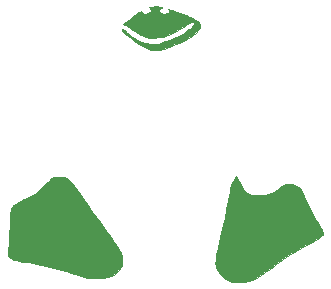
<source format=gbr>
G04 #@! TF.GenerationSoftware,KiCad,Pcbnew,5.1.2*
G04 #@! TF.CreationDate,2019-07-12T11:27:54-05:00*
G04 #@! TF.ProjectId,Tux,5475782e-6b69-4636-9164-5f7063625858,rev?*
G04 #@! TF.SameCoordinates,Original*
G04 #@! TF.FileFunction,Copper,L1,Top*
G04 #@! TF.FilePolarity,Positive*
%FSLAX46Y46*%
G04 Gerber Fmt 4.6, Leading zero omitted, Abs format (unit mm)*
G04 Created by KiCad (PCBNEW 5.1.2) date 2019-07-12 11:27:54*
%MOMM*%
%LPD*%
G04 APERTURE LIST*
%ADD10C,0.010000*%
G04 APERTURE END LIST*
D10*
G36*
X161255378Y-102111507D02*
G01*
X161445762Y-102476925D01*
X161625054Y-102764714D01*
X161797495Y-102980516D01*
X161967326Y-103129969D01*
X162064628Y-103187650D01*
X162154229Y-103228407D01*
X162240658Y-103256399D01*
X162342208Y-103273884D01*
X162477172Y-103283120D01*
X162663845Y-103286364D01*
X162862834Y-103286162D01*
X163186604Y-103277776D01*
X163464202Y-103251631D01*
X163712601Y-103201480D01*
X163948774Y-103121072D01*
X164189694Y-103004159D01*
X164452335Y-102844494D01*
X164753670Y-102635826D01*
X164880523Y-102543363D01*
X165074466Y-102421712D01*
X165262209Y-102355608D01*
X165465168Y-102342503D01*
X165704758Y-102379850D01*
X165874085Y-102425142D01*
X166092919Y-102502016D01*
X166269464Y-102596766D01*
X166415399Y-102722205D01*
X166542405Y-102891145D01*
X166662164Y-103116398D01*
X166786355Y-103410778D01*
X166796561Y-103437000D01*
X167065019Y-104076192D01*
X167365865Y-104684673D01*
X167716777Y-105297687D01*
X167787326Y-105412364D01*
X167984185Y-105733556D01*
X168136270Y-105993351D01*
X168246905Y-106200028D01*
X168319415Y-106361869D01*
X168357123Y-106487152D01*
X168363354Y-106584160D01*
X168341432Y-106661170D01*
X168308574Y-106710715D01*
X168221879Y-106788417D01*
X168065110Y-106899406D01*
X167844333Y-107039935D01*
X167565612Y-107206257D01*
X167235014Y-107394626D01*
X166926834Y-107564340D01*
X166481027Y-107808428D01*
X166098184Y-108023033D01*
X165765438Y-108216338D01*
X165469923Y-108396522D01*
X165198774Y-108571766D01*
X164939125Y-108750251D01*
X164678110Y-108940156D01*
X164402864Y-109149664D01*
X164267311Y-109255356D01*
X163847396Y-109578903D01*
X163480011Y-109848647D01*
X163156867Y-110069682D01*
X162869673Y-110247104D01*
X162610139Y-110386010D01*
X162369974Y-110491495D01*
X162140887Y-110568655D01*
X162122000Y-110573976D01*
X161979331Y-110601917D01*
X161780415Y-110625522D01*
X161546865Y-110643870D01*
X161300297Y-110656038D01*
X161062325Y-110661106D01*
X160854562Y-110658149D01*
X160698624Y-110646248D01*
X160647660Y-110636866D01*
X160304811Y-110506405D01*
X159986901Y-110302020D01*
X159705248Y-110033353D01*
X159471170Y-109710044D01*
X159394199Y-109569187D01*
X159341663Y-109459331D01*
X159300307Y-109355575D01*
X159270980Y-109249764D01*
X159254530Y-109133744D01*
X159251804Y-108999360D01*
X159263649Y-108838458D01*
X159290914Y-108642882D01*
X159334445Y-108404480D01*
X159395092Y-108115095D01*
X159473701Y-107766574D01*
X159571120Y-107350762D01*
X159666398Y-106950667D01*
X159768472Y-106521721D01*
X159853516Y-106158941D01*
X159924879Y-105846316D01*
X159985909Y-105567834D01*
X160039953Y-105307483D01*
X160090360Y-105049252D01*
X160140477Y-104777130D01*
X160193653Y-104475104D01*
X160237738Y-104218264D01*
X160320748Y-103742768D01*
X160395629Y-103341950D01*
X160464936Y-103006499D01*
X160531224Y-102727101D01*
X160597047Y-102494446D01*
X160664960Y-102299221D01*
X160737518Y-102132115D01*
X160817275Y-101983815D01*
X160876695Y-101889311D01*
X161032987Y-101653847D01*
X161255378Y-102111507D01*
X161255378Y-102111507D01*
G37*
X161255378Y-102111507D02*
X161445762Y-102476925D01*
X161625054Y-102764714D01*
X161797495Y-102980516D01*
X161967326Y-103129969D01*
X162064628Y-103187650D01*
X162154229Y-103228407D01*
X162240658Y-103256399D01*
X162342208Y-103273884D01*
X162477172Y-103283120D01*
X162663845Y-103286364D01*
X162862834Y-103286162D01*
X163186604Y-103277776D01*
X163464202Y-103251631D01*
X163712601Y-103201480D01*
X163948774Y-103121072D01*
X164189694Y-103004159D01*
X164452335Y-102844494D01*
X164753670Y-102635826D01*
X164880523Y-102543363D01*
X165074466Y-102421712D01*
X165262209Y-102355608D01*
X165465168Y-102342503D01*
X165704758Y-102379850D01*
X165874085Y-102425142D01*
X166092919Y-102502016D01*
X166269464Y-102596766D01*
X166415399Y-102722205D01*
X166542405Y-102891145D01*
X166662164Y-103116398D01*
X166786355Y-103410778D01*
X166796561Y-103437000D01*
X167065019Y-104076192D01*
X167365865Y-104684673D01*
X167716777Y-105297687D01*
X167787326Y-105412364D01*
X167984185Y-105733556D01*
X168136270Y-105993351D01*
X168246905Y-106200028D01*
X168319415Y-106361869D01*
X168357123Y-106487152D01*
X168363354Y-106584160D01*
X168341432Y-106661170D01*
X168308574Y-106710715D01*
X168221879Y-106788417D01*
X168065110Y-106899406D01*
X167844333Y-107039935D01*
X167565612Y-107206257D01*
X167235014Y-107394626D01*
X166926834Y-107564340D01*
X166481027Y-107808428D01*
X166098184Y-108023033D01*
X165765438Y-108216338D01*
X165469923Y-108396522D01*
X165198774Y-108571766D01*
X164939125Y-108750251D01*
X164678110Y-108940156D01*
X164402864Y-109149664D01*
X164267311Y-109255356D01*
X163847396Y-109578903D01*
X163480011Y-109848647D01*
X163156867Y-110069682D01*
X162869673Y-110247104D01*
X162610139Y-110386010D01*
X162369974Y-110491495D01*
X162140887Y-110568655D01*
X162122000Y-110573976D01*
X161979331Y-110601917D01*
X161780415Y-110625522D01*
X161546865Y-110643870D01*
X161300297Y-110656038D01*
X161062325Y-110661106D01*
X160854562Y-110658149D01*
X160698624Y-110646248D01*
X160647660Y-110636866D01*
X160304811Y-110506405D01*
X159986901Y-110302020D01*
X159705248Y-110033353D01*
X159471170Y-109710044D01*
X159394199Y-109569187D01*
X159341663Y-109459331D01*
X159300307Y-109355575D01*
X159270980Y-109249764D01*
X159254530Y-109133744D01*
X159251804Y-108999360D01*
X159263649Y-108838458D01*
X159290914Y-108642882D01*
X159334445Y-108404480D01*
X159395092Y-108115095D01*
X159473701Y-107766574D01*
X159571120Y-107350762D01*
X159666398Y-106950667D01*
X159768472Y-106521721D01*
X159853516Y-106158941D01*
X159924879Y-105846316D01*
X159985909Y-105567834D01*
X160039953Y-105307483D01*
X160090360Y-105049252D01*
X160140477Y-104777130D01*
X160193653Y-104475104D01*
X160237738Y-104218264D01*
X160320748Y-103742768D01*
X160395629Y-103341950D01*
X160464936Y-103006499D01*
X160531224Y-102727101D01*
X160597047Y-102494446D01*
X160664960Y-102299221D01*
X160737518Y-102132115D01*
X160817275Y-101983815D01*
X160876695Y-101889311D01*
X161032987Y-101653847D01*
X161255378Y-102111507D01*
G36*
X146193798Y-101736967D02*
G01*
X146398038Y-101776373D01*
X146591238Y-101849263D01*
X146780080Y-101961384D01*
X146971246Y-102118482D01*
X147171421Y-102326304D01*
X147387287Y-102590595D01*
X147625527Y-102917104D01*
X147892823Y-103311576D01*
X147991199Y-103461722D01*
X148209017Y-103792845D01*
X148430662Y-104122056D01*
X148664753Y-104461642D01*
X148919911Y-104823890D01*
X149204753Y-105221088D01*
X149527900Y-105665524D01*
X149740719Y-105955834D01*
X150082945Y-106425805D01*
X150389559Y-106855666D01*
X150657264Y-107240578D01*
X150882765Y-107575702D01*
X151062767Y-107856203D01*
X151193974Y-108077240D01*
X151225840Y-108136000D01*
X151283098Y-108252773D01*
X151319134Y-108355853D01*
X151338769Y-108471100D01*
X151346822Y-108624371D01*
X151348167Y-108792167D01*
X151345340Y-108999972D01*
X151334242Y-109147347D01*
X151310945Y-109258417D01*
X151271523Y-109357306D01*
X151248989Y-109401430D01*
X151044894Y-109702434D01*
X150782762Y-109946236D01*
X150458911Y-110135569D01*
X150078167Y-110270888D01*
X149851457Y-110315093D01*
X149568960Y-110345055D01*
X149258479Y-110359982D01*
X148947819Y-110359086D01*
X148664782Y-110341574D01*
X148482970Y-110316235D01*
X148354393Y-110286150D01*
X148160214Y-110233355D01*
X147915064Y-110162185D01*
X147633570Y-110076975D01*
X147330363Y-109982060D01*
X147050096Y-109891625D01*
X146619885Y-109752491D01*
X146241966Y-109634959D01*
X145898012Y-109534454D01*
X145569699Y-109446402D01*
X145238701Y-109366227D01*
X144886693Y-109289354D01*
X144495350Y-109211208D01*
X144046346Y-109127215D01*
X143834000Y-109088704D01*
X143371221Y-109003987D01*
X142984535Y-108930035D01*
X142666295Y-108865132D01*
X142408853Y-108807562D01*
X142204562Y-108755610D01*
X142045773Y-108707559D01*
X141924838Y-108661692D01*
X141918304Y-108658833D01*
X141797741Y-108579127D01*
X141722781Y-108460245D01*
X141690441Y-108291364D01*
X141697740Y-108061663D01*
X141715168Y-107921678D01*
X141728477Y-107799982D01*
X141744037Y-107606578D01*
X141761061Y-107354369D01*
X141778766Y-107056259D01*
X141796365Y-106725151D01*
X141813075Y-106373950D01*
X141822218Y-106162056D01*
X141841153Y-105725689D01*
X141859361Y-105365248D01*
X141878275Y-105072018D01*
X141899330Y-104837286D01*
X141923961Y-104652338D01*
X141953602Y-104508460D01*
X141989687Y-104396939D01*
X142033651Y-104309060D01*
X142086927Y-104236111D01*
X142150090Y-104170197D01*
X142228883Y-104112726D01*
X142370895Y-104026722D01*
X142562694Y-103919605D01*
X142790846Y-103798799D01*
X143041918Y-103671723D01*
X143135500Y-103625787D01*
X143982167Y-103213705D01*
X144647409Y-102547725D01*
X144850561Y-102348021D01*
X145043677Y-102164965D01*
X145215557Y-102008652D01*
X145354999Y-101889177D01*
X145450806Y-101816634D01*
X145472909Y-101803729D01*
X145615617Y-101754846D01*
X145803342Y-101730113D01*
X145971834Y-101725299D01*
X146193798Y-101736967D01*
X146193798Y-101736967D01*
G37*
X146193798Y-101736967D02*
X146398038Y-101776373D01*
X146591238Y-101849263D01*
X146780080Y-101961384D01*
X146971246Y-102118482D01*
X147171421Y-102326304D01*
X147387287Y-102590595D01*
X147625527Y-102917104D01*
X147892823Y-103311576D01*
X147991199Y-103461722D01*
X148209017Y-103792845D01*
X148430662Y-104122056D01*
X148664753Y-104461642D01*
X148919911Y-104823890D01*
X149204753Y-105221088D01*
X149527900Y-105665524D01*
X149740719Y-105955834D01*
X150082945Y-106425805D01*
X150389559Y-106855666D01*
X150657264Y-107240578D01*
X150882765Y-107575702D01*
X151062767Y-107856203D01*
X151193974Y-108077240D01*
X151225840Y-108136000D01*
X151283098Y-108252773D01*
X151319134Y-108355853D01*
X151338769Y-108471100D01*
X151346822Y-108624371D01*
X151348167Y-108792167D01*
X151345340Y-108999972D01*
X151334242Y-109147347D01*
X151310945Y-109258417D01*
X151271523Y-109357306D01*
X151248989Y-109401430D01*
X151044894Y-109702434D01*
X150782762Y-109946236D01*
X150458911Y-110135569D01*
X150078167Y-110270888D01*
X149851457Y-110315093D01*
X149568960Y-110345055D01*
X149258479Y-110359982D01*
X148947819Y-110359086D01*
X148664782Y-110341574D01*
X148482970Y-110316235D01*
X148354393Y-110286150D01*
X148160214Y-110233355D01*
X147915064Y-110162185D01*
X147633570Y-110076975D01*
X147330363Y-109982060D01*
X147050096Y-109891625D01*
X146619885Y-109752491D01*
X146241966Y-109634959D01*
X145898012Y-109534454D01*
X145569699Y-109446402D01*
X145238701Y-109366227D01*
X144886693Y-109289354D01*
X144495350Y-109211208D01*
X144046346Y-109127215D01*
X143834000Y-109088704D01*
X143371221Y-109003987D01*
X142984535Y-108930035D01*
X142666295Y-108865132D01*
X142408853Y-108807562D01*
X142204562Y-108755610D01*
X142045773Y-108707559D01*
X141924838Y-108661692D01*
X141918304Y-108658833D01*
X141797741Y-108579127D01*
X141722781Y-108460245D01*
X141690441Y-108291364D01*
X141697740Y-108061663D01*
X141715168Y-107921678D01*
X141728477Y-107799982D01*
X141744037Y-107606578D01*
X141761061Y-107354369D01*
X141778766Y-107056259D01*
X141796365Y-106725151D01*
X141813075Y-106373950D01*
X141822218Y-106162056D01*
X141841153Y-105725689D01*
X141859361Y-105365248D01*
X141878275Y-105072018D01*
X141899330Y-104837286D01*
X141923961Y-104652338D01*
X141953602Y-104508460D01*
X141989687Y-104396939D01*
X142033651Y-104309060D01*
X142086927Y-104236111D01*
X142150090Y-104170197D01*
X142228883Y-104112726D01*
X142370895Y-104026722D01*
X142562694Y-103919605D01*
X142790846Y-103798799D01*
X143041918Y-103671723D01*
X143135500Y-103625787D01*
X143982167Y-103213705D01*
X144647409Y-102547725D01*
X144850561Y-102348021D01*
X145043677Y-102164965D01*
X145215557Y-102008652D01*
X145354999Y-101889177D01*
X145450806Y-101816634D01*
X145472909Y-101803729D01*
X145615617Y-101754846D01*
X145803342Y-101730113D01*
X145971834Y-101725299D01*
X146193798Y-101736967D01*
G36*
X154312026Y-87330247D02*
G01*
X154490472Y-87337015D01*
X154638497Y-87349054D01*
X154734648Y-87366057D01*
X154757091Y-87376824D01*
X154769958Y-87418184D01*
X154710192Y-87456607D01*
X154677821Y-87468729D01*
X154561946Y-87537694D01*
X154487261Y-87636465D01*
X154471621Y-87739352D01*
X154476979Y-87757720D01*
X154541890Y-87826148D01*
X154666388Y-87885902D01*
X154825393Y-87927878D01*
X154987474Y-87943000D01*
X155161018Y-87919964D01*
X155274414Y-87855453D01*
X155319867Y-87756360D01*
X155304390Y-87662722D01*
X155277361Y-87577819D01*
X155273948Y-87537941D01*
X155315307Y-87548652D01*
X155422534Y-87585961D01*
X155582831Y-87645155D01*
X155783404Y-87721519D01*
X155984216Y-87799630D01*
X156243525Y-87900593D01*
X156506155Y-88001383D01*
X156749362Y-88093371D01*
X156950402Y-88167928D01*
X157042000Y-88200945D01*
X157340295Y-88321026D01*
X157569820Y-88448912D01*
X157746439Y-88594786D01*
X157853590Y-88721935D01*
X157942144Y-88881827D01*
X157967463Y-89037033D01*
X157926340Y-89193503D01*
X157815569Y-89357190D01*
X157631946Y-89534044D01*
X157372262Y-89730015D01*
X157274834Y-89796233D01*
X157071761Y-89921750D01*
X156809969Y-90069019D01*
X156509235Y-90228070D01*
X156189341Y-90388934D01*
X155870064Y-90541642D01*
X155571186Y-90676224D01*
X155334350Y-90774250D01*
X154865417Y-90926884D01*
X154425914Y-91008458D01*
X154021025Y-91018251D01*
X153791641Y-90988352D01*
X153611588Y-90935051D01*
X153392740Y-90841870D01*
X153145355Y-90715932D01*
X152879692Y-90564365D01*
X152606008Y-90394293D01*
X152334563Y-90212841D01*
X152075614Y-90027137D01*
X151839420Y-89844304D01*
X151636239Y-89671469D01*
X151476329Y-89515756D01*
X151369949Y-89384293D01*
X151327356Y-89284203D01*
X151327000Y-89276378D01*
X151332597Y-89232683D01*
X151356562Y-89222095D01*
X151409656Y-89250564D01*
X151502638Y-89324046D01*
X151646269Y-89448490D01*
X151660001Y-89460589D01*
X152097408Y-89809407D01*
X152540767Y-90091956D01*
X152983064Y-90305214D01*
X153417287Y-90446157D01*
X153836421Y-90511761D01*
X154099834Y-90512420D01*
X154357395Y-90475088D01*
X154668826Y-90396474D01*
X155018344Y-90283433D01*
X155390168Y-90142823D01*
X155768518Y-89981500D01*
X156137612Y-89806321D01*
X156481670Y-89624141D01*
X156784911Y-89441819D01*
X157031552Y-89266209D01*
X157100215Y-89208808D01*
X157244948Y-89063931D01*
X157347638Y-88926041D01*
X157403765Y-88806520D01*
X157408810Y-88716748D01*
X157358254Y-88668107D01*
X157317088Y-88662667D01*
X157227572Y-88685770D01*
X157079959Y-88751136D01*
X156885774Y-88852851D01*
X156656542Y-88984997D01*
X156489048Y-89087641D01*
X156077801Y-89327461D01*
X155648933Y-89545284D01*
X155232198Y-89726641D01*
X154997131Y-89813024D01*
X154788963Y-89877645D01*
X154601889Y-89920393D01*
X154402397Y-89947040D01*
X154156976Y-89963361D01*
X154113098Y-89965319D01*
X153838002Y-89971380D01*
X153603301Y-89960159D01*
X153392822Y-89925988D01*
X153190397Y-89863200D01*
X152979855Y-89766126D01*
X152745026Y-89629101D01*
X152469740Y-89446456D01*
X152305540Y-89331786D01*
X152111129Y-89198259D01*
X151922878Y-89075546D01*
X151760431Y-88976031D01*
X151643429Y-88912097D01*
X151629875Y-88905836D01*
X151436170Y-88820151D01*
X151646169Y-88635491D01*
X151754026Y-88547239D01*
X151903161Y-88434135D01*
X152079983Y-88305516D01*
X152270904Y-88170721D01*
X152462333Y-88039088D01*
X152640683Y-87919955D01*
X152792363Y-87822662D01*
X152903784Y-87756546D01*
X152961357Y-87730945D01*
X152962548Y-87730896D01*
X153017441Y-87763416D01*
X153082526Y-87841116D01*
X153083203Y-87842146D01*
X153135571Y-87908065D01*
X153197887Y-87936922D01*
X153300285Y-87938354D01*
X153366392Y-87932724D01*
X153545646Y-87893934D01*
X153694909Y-87821764D01*
X153792959Y-87728553D01*
X153817915Y-87670154D01*
X153800927Y-87590188D01*
X153739972Y-87498500D01*
X153737490Y-87495828D01*
X153676318Y-87425411D01*
X153671849Y-87389601D01*
X153721319Y-87362740D01*
X153723075Y-87362022D01*
X153808683Y-87344636D01*
X153949678Y-87333750D01*
X154124610Y-87329056D01*
X154312026Y-87330247D01*
X154312026Y-87330247D01*
G37*
X154312026Y-87330247D02*
X154490472Y-87337015D01*
X154638497Y-87349054D01*
X154734648Y-87366057D01*
X154757091Y-87376824D01*
X154769958Y-87418184D01*
X154710192Y-87456607D01*
X154677821Y-87468729D01*
X154561946Y-87537694D01*
X154487261Y-87636465D01*
X154471621Y-87739352D01*
X154476979Y-87757720D01*
X154541890Y-87826148D01*
X154666388Y-87885902D01*
X154825393Y-87927878D01*
X154987474Y-87943000D01*
X155161018Y-87919964D01*
X155274414Y-87855453D01*
X155319867Y-87756360D01*
X155304390Y-87662722D01*
X155277361Y-87577819D01*
X155273948Y-87537941D01*
X155315307Y-87548652D01*
X155422534Y-87585961D01*
X155582831Y-87645155D01*
X155783404Y-87721519D01*
X155984216Y-87799630D01*
X156243525Y-87900593D01*
X156506155Y-88001383D01*
X156749362Y-88093371D01*
X156950402Y-88167928D01*
X157042000Y-88200945D01*
X157340295Y-88321026D01*
X157569820Y-88448912D01*
X157746439Y-88594786D01*
X157853590Y-88721935D01*
X157942144Y-88881827D01*
X157967463Y-89037033D01*
X157926340Y-89193503D01*
X157815569Y-89357190D01*
X157631946Y-89534044D01*
X157372262Y-89730015D01*
X157274834Y-89796233D01*
X157071761Y-89921750D01*
X156809969Y-90069019D01*
X156509235Y-90228070D01*
X156189341Y-90388934D01*
X155870064Y-90541642D01*
X155571186Y-90676224D01*
X155334350Y-90774250D01*
X154865417Y-90926884D01*
X154425914Y-91008458D01*
X154021025Y-91018251D01*
X153791641Y-90988352D01*
X153611588Y-90935051D01*
X153392740Y-90841870D01*
X153145355Y-90715932D01*
X152879692Y-90564365D01*
X152606008Y-90394293D01*
X152334563Y-90212841D01*
X152075614Y-90027137D01*
X151839420Y-89844304D01*
X151636239Y-89671469D01*
X151476329Y-89515756D01*
X151369949Y-89384293D01*
X151327356Y-89284203D01*
X151327000Y-89276378D01*
X151332597Y-89232683D01*
X151356562Y-89222095D01*
X151409656Y-89250564D01*
X151502638Y-89324046D01*
X151646269Y-89448490D01*
X151660001Y-89460589D01*
X152097408Y-89809407D01*
X152540767Y-90091956D01*
X152983064Y-90305214D01*
X153417287Y-90446157D01*
X153836421Y-90511761D01*
X154099834Y-90512420D01*
X154357395Y-90475088D01*
X154668826Y-90396474D01*
X155018344Y-90283433D01*
X155390168Y-90142823D01*
X155768518Y-89981500D01*
X156137612Y-89806321D01*
X156481670Y-89624141D01*
X156784911Y-89441819D01*
X157031552Y-89266209D01*
X157100215Y-89208808D01*
X157244948Y-89063931D01*
X157347638Y-88926041D01*
X157403765Y-88806520D01*
X157408810Y-88716748D01*
X157358254Y-88668107D01*
X157317088Y-88662667D01*
X157227572Y-88685770D01*
X157079959Y-88751136D01*
X156885774Y-88852851D01*
X156656542Y-88984997D01*
X156489048Y-89087641D01*
X156077801Y-89327461D01*
X155648933Y-89545284D01*
X155232198Y-89726641D01*
X154997131Y-89813024D01*
X154788963Y-89877645D01*
X154601889Y-89920393D01*
X154402397Y-89947040D01*
X154156976Y-89963361D01*
X154113098Y-89965319D01*
X153838002Y-89971380D01*
X153603301Y-89960159D01*
X153392822Y-89925988D01*
X153190397Y-89863200D01*
X152979855Y-89766126D01*
X152745026Y-89629101D01*
X152469740Y-89446456D01*
X152305540Y-89331786D01*
X152111129Y-89198259D01*
X151922878Y-89075546D01*
X151760431Y-88976031D01*
X151643429Y-88912097D01*
X151629875Y-88905836D01*
X151436170Y-88820151D01*
X151646169Y-88635491D01*
X151754026Y-88547239D01*
X151903161Y-88434135D01*
X152079983Y-88305516D01*
X152270904Y-88170721D01*
X152462333Y-88039088D01*
X152640683Y-87919955D01*
X152792363Y-87822662D01*
X152903784Y-87756546D01*
X152961357Y-87730945D01*
X152962548Y-87730896D01*
X153017441Y-87763416D01*
X153082526Y-87841116D01*
X153083203Y-87842146D01*
X153135571Y-87908065D01*
X153197887Y-87936922D01*
X153300285Y-87938354D01*
X153366392Y-87932724D01*
X153545646Y-87893934D01*
X153694909Y-87821764D01*
X153792959Y-87728553D01*
X153817915Y-87670154D01*
X153800927Y-87590188D01*
X153739972Y-87498500D01*
X153737490Y-87495828D01*
X153676318Y-87425411D01*
X153671849Y-87389601D01*
X153721319Y-87362740D01*
X153723075Y-87362022D01*
X153808683Y-87344636D01*
X153949678Y-87333750D01*
X154124610Y-87329056D01*
X154312026Y-87330247D01*
M02*

</source>
